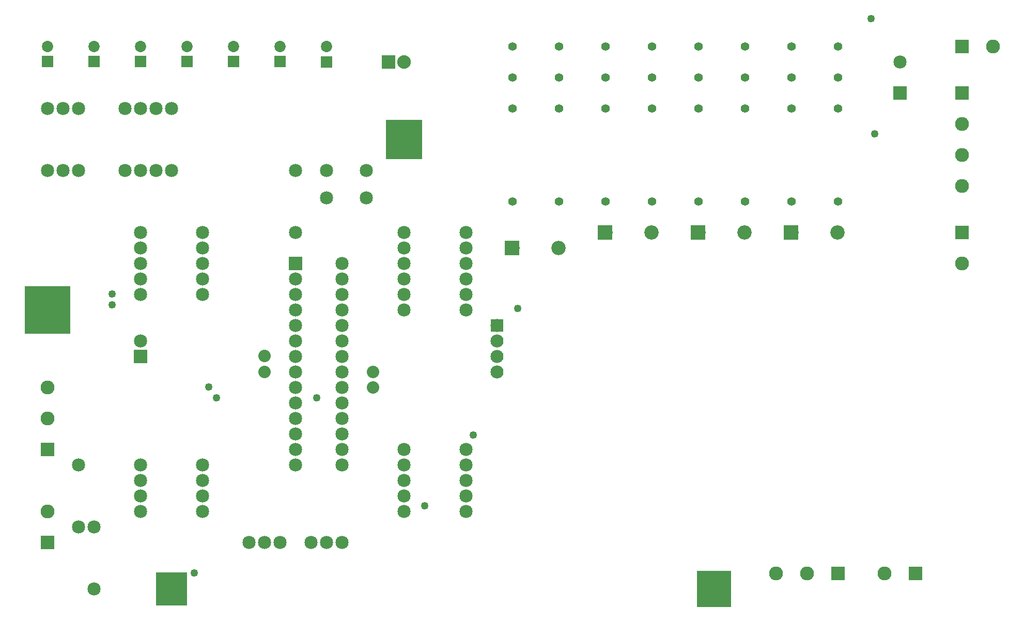
<source format=gts>
G04 MADE WITH FRITZING*
G04 WWW.FRITZING.ORG*
G04 DOUBLE SIDED*
G04 HOLES PLATED*
G04 CONTOUR ON CENTER OF CONTOUR VECTOR*
%ASAXBY*%
%FSLAX23Y23*%
%MOIN*%
%OFA0B0*%
%SFA1.0B1.0*%
%ADD10C,0.049370*%
%ADD11C,0.085000*%
%ADD12C,0.080000*%
%ADD13C,0.088000*%
%ADD14C,0.072992*%
%ADD15C,0.055000*%
%ADD16C,0.090000*%
%ADD17C,0.083999*%
%ADD18C,0.092000*%
%ADD19R,0.085000X0.085000*%
%ADD20R,0.297052X0.307244*%
%ADD21R,0.088000X0.088000*%
%ADD22R,0.236321X0.252047*%
%ADD23R,0.219407X0.237279*%
%ADD24R,0.204488X0.214681*%
%ADD25R,0.072992X0.072992*%
%ADD26R,0.090000X0.090000*%
%ADD27R,0.090000X0.089986*%
%ADD28R,0.089986X0.090000*%
%ADD29R,0.084001X0.084001*%
%ADD30R,0.092000X0.092000*%
%LNMASK1*%
G90*
G70*
G54D10*
X5556Y3837D03*
X2988Y1149D03*
X2676Y693D03*
X660Y1989D03*
X1284Y1461D03*
X1980Y1389D03*
X3276Y1965D03*
X1188Y261D03*
X5580Y3093D03*
X660Y2061D03*
X1332Y1389D03*
G54D11*
X1542Y457D03*
X1642Y457D03*
X1742Y457D03*
X1942Y457D03*
X2042Y457D03*
X2142Y457D03*
X2298Y2680D03*
X2042Y2680D03*
X2298Y2857D03*
X2042Y2857D03*
G54D12*
X2342Y1557D03*
X2342Y1457D03*
X1642Y1557D03*
X1642Y1658D03*
G54D11*
X842Y1657D03*
X842Y1757D03*
X5742Y3357D03*
X5742Y3557D03*
X1842Y2457D03*
X1842Y2857D03*
G54D13*
X2442Y3557D03*
X2542Y3557D03*
G54D14*
X842Y3559D03*
X842Y3657D03*
X1442Y3559D03*
X1442Y3657D03*
X1142Y3559D03*
X1142Y3657D03*
X2042Y3557D03*
X2042Y3656D03*
X542Y3559D03*
X542Y3657D03*
X242Y3559D03*
X242Y3657D03*
X1742Y3559D03*
X1742Y3657D03*
G54D11*
X1042Y3257D03*
X1042Y2857D03*
X442Y957D03*
X442Y557D03*
X542Y557D03*
X542Y157D03*
X942Y3257D03*
X942Y2857D03*
X842Y3257D03*
X842Y2857D03*
X742Y3257D03*
X742Y2857D03*
X442Y3257D03*
X442Y2857D03*
X342Y3257D03*
X342Y2857D03*
X242Y3257D03*
X242Y2857D03*
X1842Y2257D03*
X2142Y2257D03*
X1842Y2157D03*
X2142Y2157D03*
X1842Y2057D03*
X2142Y2057D03*
X1842Y1957D03*
X2142Y1957D03*
X1842Y1857D03*
X2142Y1857D03*
X1842Y1757D03*
X2142Y1757D03*
X1842Y1657D03*
X2142Y1657D03*
X1842Y1557D03*
X2142Y1557D03*
X1842Y1457D03*
X2142Y1457D03*
X1842Y1357D03*
X2142Y1357D03*
X1842Y1257D03*
X2142Y1257D03*
X1842Y1157D03*
X2142Y1157D03*
X1842Y1057D03*
X2142Y1057D03*
X1842Y957D03*
X2142Y957D03*
G54D15*
X3542Y3257D03*
X3242Y3657D03*
X3242Y3457D03*
X3242Y3257D03*
X3242Y2657D03*
X3542Y2657D03*
X3542Y3457D03*
X3542Y3657D03*
X4142Y3257D03*
X3842Y3657D03*
X3842Y3457D03*
X3842Y3257D03*
X3842Y2657D03*
X4142Y2657D03*
X4142Y3457D03*
X4142Y3657D03*
X4742Y3257D03*
X4442Y3657D03*
X4442Y3457D03*
X4442Y3257D03*
X4442Y2657D03*
X4742Y2657D03*
X4742Y3457D03*
X4742Y3657D03*
X5342Y3257D03*
X5042Y3657D03*
X5042Y3457D03*
X5042Y3257D03*
X5042Y2657D03*
X5342Y2657D03*
X5342Y3457D03*
X5342Y3657D03*
G54D11*
X842Y2157D03*
X1242Y2157D03*
X842Y2257D03*
X1242Y2257D03*
X2542Y2457D03*
X2942Y2457D03*
X2542Y1957D03*
X2942Y1957D03*
X2542Y1057D03*
X2942Y1057D03*
X842Y657D03*
X1242Y657D03*
X842Y857D03*
X1242Y857D03*
X842Y957D03*
X1242Y957D03*
X842Y757D03*
X1242Y757D03*
X842Y2357D03*
X1242Y2357D03*
X842Y2057D03*
X1242Y2057D03*
X842Y2457D03*
X1242Y2457D03*
X2542Y2057D03*
X2942Y2057D03*
X2542Y2257D03*
X2942Y2257D03*
X2542Y2357D03*
X2942Y2357D03*
X2542Y2157D03*
X2942Y2157D03*
X2542Y657D03*
X2942Y657D03*
X2542Y757D03*
X2942Y757D03*
X2542Y857D03*
X2942Y857D03*
X2542Y957D03*
X2942Y957D03*
G54D16*
X242Y1257D03*
X242Y1457D03*
X242Y1057D03*
X5142Y257D03*
X4942Y257D03*
X5342Y257D03*
X6142Y3657D03*
X6342Y3657D03*
X242Y457D03*
X242Y657D03*
X5842Y257D03*
X5642Y257D03*
X6142Y2457D03*
X6142Y2257D03*
X6142Y3157D03*
X6142Y2957D03*
X6142Y2757D03*
X6142Y3357D03*
G54D17*
X3142Y1857D03*
X3142Y1757D03*
X3142Y1657D03*
X3142Y1557D03*
G54D18*
X5042Y2457D03*
X5340Y2457D03*
X4442Y2457D03*
X4740Y2457D03*
X3842Y2457D03*
X4140Y2457D03*
X3242Y2357D03*
X3540Y2357D03*
G54D19*
X842Y1657D03*
X5742Y3357D03*
G54D20*
X242Y1957D03*
G54D21*
X2442Y3557D03*
G54D22*
X2542Y3057D03*
G54D23*
X4542Y157D03*
G54D24*
X1042Y157D03*
G54D25*
X842Y3559D03*
X1442Y3559D03*
X1142Y3559D03*
X2042Y3557D03*
X542Y3559D03*
X242Y3559D03*
X1742Y3559D03*
G54D19*
X1842Y2257D03*
G54D26*
X242Y1057D03*
X5342Y257D03*
G54D27*
X6142Y3657D03*
G54D28*
X242Y457D03*
G54D27*
X5842Y257D03*
G54D28*
X6142Y2457D03*
G54D26*
X6142Y3357D03*
G54D29*
X3142Y1857D03*
G54D30*
X5041Y2457D03*
X4441Y2457D03*
X3841Y2457D03*
X3241Y2357D03*
G04 End of Mask1*
M02*
</source>
